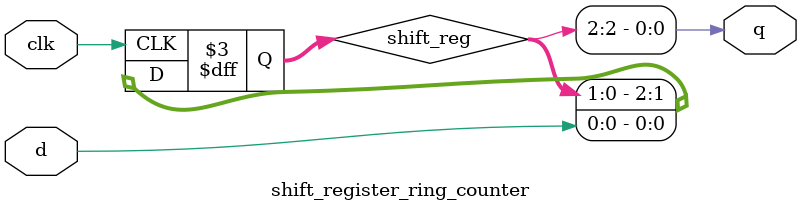
<source format=v>
module shift_register_ring_counter (input clk, input d, output reg q);

  reg [2:0] shift_reg;

  always @(posedge clk)
    shift_reg <= {shift_reg[1:0], d};

  always @*
    q = shift_reg[2];

endmodule
</source>
